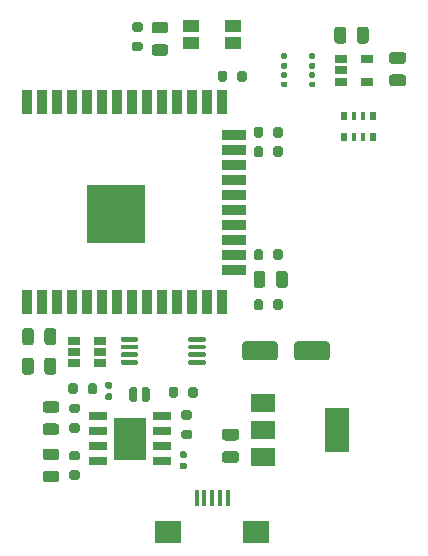
<source format=gbr>
%TF.GenerationSoftware,KiCad,Pcbnew,(5.1.10-1-10_14)*%
%TF.CreationDate,2021-06-21T19:24:18+01:00*%
%TF.ProjectId,IAQ_Project,4941515f-5072-46f6-9a65-63742e6b6963,rev?*%
%TF.SameCoordinates,Original*%
%TF.FileFunction,Paste,Top*%
%TF.FilePolarity,Positive*%
%FSLAX46Y46*%
G04 Gerber Fmt 4.6, Leading zero omitted, Abs format (unit mm)*
G04 Created by KiCad (PCBNEW (5.1.10-1-10_14)) date 2021-06-21 19:24:18*
%MOMM*%
%LPD*%
G01*
G04 APERTURE LIST*
%ADD10R,5.000000X5.000000*%
%ADD11R,0.900000X2.000000*%
%ADD12R,2.000000X0.900000*%
%ADD13R,1.060000X0.650000*%
%ADD14R,2.000000X3.800000*%
%ADD15R,2.000000X1.500000*%
%ADD16R,2.300000X1.900000*%
%ADD17R,0.400000X1.400000*%
%ADD18R,1.400000X1.050000*%
%ADD19R,1.500000X0.650000*%
%ADD20R,2.700000X3.600000*%
%ADD21R,0.500000X0.800000*%
%ADD22R,0.400000X0.800000*%
G04 APERTURE END LIST*
D10*
%TO.C,U3*%
X58500000Y-92700000D03*
D11*
X51000000Y-100200000D03*
X52270000Y-100200000D03*
X53540000Y-100200000D03*
X54810000Y-100200000D03*
X56080000Y-100200000D03*
X57350000Y-100200000D03*
X58620000Y-100200000D03*
X59890000Y-100200000D03*
X61160000Y-100200000D03*
X62430000Y-100200000D03*
X63700000Y-100200000D03*
X64970000Y-100200000D03*
X66240000Y-100200000D03*
X67510000Y-100200000D03*
D12*
X68510000Y-97415000D03*
X68510000Y-96145000D03*
X68510000Y-94875000D03*
X68510000Y-93605000D03*
X68510000Y-92335000D03*
X68510000Y-91065000D03*
X68510000Y-89795000D03*
X68510000Y-88525000D03*
X68510000Y-87255000D03*
X68510000Y-85985000D03*
D11*
X67510000Y-83200000D03*
X66240000Y-83200000D03*
X64970000Y-83200000D03*
X63700000Y-83200000D03*
X62430000Y-83200000D03*
X61160000Y-83200000D03*
X59890000Y-83200000D03*
X58620000Y-83200000D03*
X57350000Y-83200000D03*
X56080000Y-83200000D03*
X54810000Y-83200000D03*
X53540000Y-83200000D03*
X52270000Y-83200000D03*
X51000000Y-83200000D03*
%TD*%
%TO.C,U1*%
G36*
G01*
X72875000Y-82000000D02*
X72600000Y-82000000D01*
G75*
G02*
X72475000Y-81875000I0J125000D01*
G01*
X72475000Y-81625000D01*
G75*
G02*
X72600000Y-81500000I125000J0D01*
G01*
X72875000Y-81500000D01*
G75*
G02*
X73000000Y-81625000I0J-125000D01*
G01*
X73000000Y-81875000D01*
G75*
G02*
X72875000Y-82000000I-125000J0D01*
G01*
G37*
G36*
G01*
X72875000Y-81200000D02*
X72600000Y-81200000D01*
G75*
G02*
X72475000Y-81075000I0J125000D01*
G01*
X72475000Y-80825000D01*
G75*
G02*
X72600000Y-80700000I125000J0D01*
G01*
X72875000Y-80700000D01*
G75*
G02*
X73000000Y-80825000I0J-125000D01*
G01*
X73000000Y-81075000D01*
G75*
G02*
X72875000Y-81200000I-125000J0D01*
G01*
G37*
G36*
G01*
X72875000Y-80400000D02*
X72600000Y-80400000D01*
G75*
G02*
X72475000Y-80275000I0J125000D01*
G01*
X72475000Y-80025000D01*
G75*
G02*
X72600000Y-79900000I125000J0D01*
G01*
X72875000Y-79900000D01*
G75*
G02*
X73000000Y-80025000I0J-125000D01*
G01*
X73000000Y-80275000D01*
G75*
G02*
X72875000Y-80400000I-125000J0D01*
G01*
G37*
G36*
G01*
X72875000Y-79600000D02*
X72600000Y-79600000D01*
G75*
G02*
X72475000Y-79475000I0J125000D01*
G01*
X72475000Y-79225000D01*
G75*
G02*
X72600000Y-79100000I125000J0D01*
G01*
X72875000Y-79100000D01*
G75*
G02*
X73000000Y-79225000I0J-125000D01*
G01*
X73000000Y-79475000D01*
G75*
G02*
X72875000Y-79600000I-125000J0D01*
G01*
G37*
G36*
G01*
X75250000Y-79600000D02*
X74975000Y-79600000D01*
G75*
G02*
X74850000Y-79475000I0J125000D01*
G01*
X74850000Y-79225000D01*
G75*
G02*
X74975000Y-79100000I125000J0D01*
G01*
X75250000Y-79100000D01*
G75*
G02*
X75375000Y-79225000I0J-125000D01*
G01*
X75375000Y-79475000D01*
G75*
G02*
X75250000Y-79600000I-125000J0D01*
G01*
G37*
G36*
G01*
X75250000Y-80400000D02*
X74975000Y-80400000D01*
G75*
G02*
X74850000Y-80275000I0J125000D01*
G01*
X74850000Y-80025000D01*
G75*
G02*
X74975000Y-79900000I125000J0D01*
G01*
X75250000Y-79900000D01*
G75*
G02*
X75375000Y-80025000I0J-125000D01*
G01*
X75375000Y-80275000D01*
G75*
G02*
X75250000Y-80400000I-125000J0D01*
G01*
G37*
G36*
G01*
X75250000Y-81200000D02*
X74975000Y-81200000D01*
G75*
G02*
X74850000Y-81075000I0J125000D01*
G01*
X74850000Y-80825000D01*
G75*
G02*
X74975000Y-80700000I125000J0D01*
G01*
X75250000Y-80700000D01*
G75*
G02*
X75375000Y-80825000I0J-125000D01*
G01*
X75375000Y-81075000D01*
G75*
G02*
X75250000Y-81200000I-125000J0D01*
G01*
G37*
G36*
G01*
X75250000Y-82000000D02*
X74975000Y-82000000D01*
G75*
G02*
X74850000Y-81875000I0J125000D01*
G01*
X74850000Y-81625000D01*
G75*
G02*
X74975000Y-81500000I125000J0D01*
G01*
X75250000Y-81500000D01*
G75*
G02*
X75375000Y-81625000I0J-125000D01*
G01*
X75375000Y-81875000D01*
G75*
G02*
X75250000Y-82000000I-125000J0D01*
G01*
G37*
%TD*%
D13*
%TO.C,U2*%
X77550000Y-79600000D03*
X77550000Y-80550000D03*
X77550000Y-81500000D03*
X79750000Y-81500000D03*
X79750000Y-79600000D03*
%TD*%
D14*
%TO.C,U4*%
X77250000Y-111000000D03*
D15*
X70950000Y-111000000D03*
X70950000Y-113300000D03*
X70950000Y-108700000D03*
%TD*%
%TO.C,C3*%
G36*
G01*
X76600000Y-103750000D02*
X76600000Y-104850000D01*
G75*
G02*
X76350000Y-105100000I-250000J0D01*
G01*
X73850000Y-105100000D01*
G75*
G02*
X73600000Y-104850000I0J250000D01*
G01*
X73600000Y-103750000D01*
G75*
G02*
X73850000Y-103500000I250000J0D01*
G01*
X76350000Y-103500000D01*
G75*
G02*
X76600000Y-103750000I0J-250000D01*
G01*
G37*
G36*
G01*
X72200000Y-103750000D02*
X72200000Y-104850000D01*
G75*
G02*
X71950000Y-105100000I-250000J0D01*
G01*
X69450000Y-105100000D01*
G75*
G02*
X69200000Y-104850000I0J250000D01*
G01*
X69200000Y-103750000D01*
G75*
G02*
X69450000Y-103500000I250000J0D01*
G01*
X71950000Y-103500000D01*
G75*
G02*
X72200000Y-103750000I0J-250000D01*
G01*
G37*
%TD*%
%TO.C,C1*%
G36*
G01*
X78900000Y-78050000D02*
X78900000Y-77100000D01*
G75*
G02*
X79150000Y-76850000I250000J0D01*
G01*
X79650000Y-76850000D01*
G75*
G02*
X79900000Y-77100000I0J-250000D01*
G01*
X79900000Y-78050000D01*
G75*
G02*
X79650000Y-78300000I-250000J0D01*
G01*
X79150000Y-78300000D01*
G75*
G02*
X78900000Y-78050000I0J250000D01*
G01*
G37*
G36*
G01*
X77000000Y-78050000D02*
X77000000Y-77100000D01*
G75*
G02*
X77250000Y-76850000I250000J0D01*
G01*
X77750000Y-76850000D01*
G75*
G02*
X78000000Y-77100000I0J-250000D01*
G01*
X78000000Y-78050000D01*
G75*
G02*
X77750000Y-78300000I-250000J0D01*
G01*
X77250000Y-78300000D01*
G75*
G02*
X77000000Y-78050000I0J250000D01*
G01*
G37*
%TD*%
%TO.C,C2*%
G36*
G01*
X81875000Y-79000000D02*
X82825000Y-79000000D01*
G75*
G02*
X83075000Y-79250000I0J-250000D01*
G01*
X83075000Y-79750000D01*
G75*
G02*
X82825000Y-80000000I-250000J0D01*
G01*
X81875000Y-80000000D01*
G75*
G02*
X81625000Y-79750000I0J250000D01*
G01*
X81625000Y-79250000D01*
G75*
G02*
X81875000Y-79000000I250000J0D01*
G01*
G37*
G36*
G01*
X81875000Y-80900000D02*
X82825000Y-80900000D01*
G75*
G02*
X83075000Y-81150000I0J-250000D01*
G01*
X83075000Y-81650000D01*
G75*
G02*
X82825000Y-81900000I-250000J0D01*
G01*
X81875000Y-81900000D01*
G75*
G02*
X81625000Y-81650000I0J250000D01*
G01*
X81625000Y-81150000D01*
G75*
G02*
X81875000Y-80900000I250000J0D01*
G01*
G37*
%TD*%
%TO.C,C4*%
G36*
G01*
X68675000Y-113800000D02*
X67725000Y-113800000D01*
G75*
G02*
X67475000Y-113550000I0J250000D01*
G01*
X67475000Y-113050000D01*
G75*
G02*
X67725000Y-112800000I250000J0D01*
G01*
X68675000Y-112800000D01*
G75*
G02*
X68925000Y-113050000I0J-250000D01*
G01*
X68925000Y-113550000D01*
G75*
G02*
X68675000Y-113800000I-250000J0D01*
G01*
G37*
G36*
G01*
X68675000Y-111900000D02*
X67725000Y-111900000D01*
G75*
G02*
X67475000Y-111650000I0J250000D01*
G01*
X67475000Y-111150000D01*
G75*
G02*
X67725000Y-110900000I250000J0D01*
G01*
X68675000Y-110900000D01*
G75*
G02*
X68925000Y-111150000I0J-250000D01*
G01*
X68925000Y-111650000D01*
G75*
G02*
X68675000Y-111900000I-250000J0D01*
G01*
G37*
%TD*%
%TO.C,C5*%
G36*
G01*
X73050000Y-97775000D02*
X73050000Y-98725000D01*
G75*
G02*
X72800000Y-98975000I-250000J0D01*
G01*
X72300000Y-98975000D01*
G75*
G02*
X72050000Y-98725000I0J250000D01*
G01*
X72050000Y-97775000D01*
G75*
G02*
X72300000Y-97525000I250000J0D01*
G01*
X72800000Y-97525000D01*
G75*
G02*
X73050000Y-97775000I0J-250000D01*
G01*
G37*
G36*
G01*
X71150000Y-97775000D02*
X71150000Y-98725000D01*
G75*
G02*
X70900000Y-98975000I-250000J0D01*
G01*
X70400000Y-98975000D01*
G75*
G02*
X70150000Y-98725000I0J250000D01*
G01*
X70150000Y-97775000D01*
G75*
G02*
X70400000Y-97525000I250000J0D01*
G01*
X70900000Y-97525000D01*
G75*
G02*
X71150000Y-97775000I0J-250000D01*
G01*
G37*
%TD*%
%TO.C,C6*%
G36*
G01*
X52450000Y-106075000D02*
X52450000Y-105125000D01*
G75*
G02*
X52700000Y-104875000I250000J0D01*
G01*
X53200000Y-104875000D01*
G75*
G02*
X53450000Y-105125000I0J-250000D01*
G01*
X53450000Y-106075000D01*
G75*
G02*
X53200000Y-106325000I-250000J0D01*
G01*
X52700000Y-106325000D01*
G75*
G02*
X52450000Y-106075000I0J250000D01*
G01*
G37*
G36*
G01*
X50550000Y-106075000D02*
X50550000Y-105125000D01*
G75*
G02*
X50800000Y-104875000I250000J0D01*
G01*
X51300000Y-104875000D01*
G75*
G02*
X51550000Y-105125000I0J-250000D01*
G01*
X51550000Y-106075000D01*
G75*
G02*
X51300000Y-106325000I-250000J0D01*
G01*
X50800000Y-106325000D01*
G75*
G02*
X50550000Y-106075000I0J250000D01*
G01*
G37*
%TD*%
%TO.C,C7*%
G36*
G01*
X53450000Y-102625000D02*
X53450000Y-103575000D01*
G75*
G02*
X53200000Y-103825000I-250000J0D01*
G01*
X52700000Y-103825000D01*
G75*
G02*
X52450000Y-103575000I0J250000D01*
G01*
X52450000Y-102625000D01*
G75*
G02*
X52700000Y-102375000I250000J0D01*
G01*
X53200000Y-102375000D01*
G75*
G02*
X53450000Y-102625000I0J-250000D01*
G01*
G37*
G36*
G01*
X51550000Y-102625000D02*
X51550000Y-103575000D01*
G75*
G02*
X51300000Y-103825000I-250000J0D01*
G01*
X50800000Y-103825000D01*
G75*
G02*
X50550000Y-103575000I0J250000D01*
G01*
X50550000Y-102625000D01*
G75*
G02*
X50800000Y-102375000I250000J0D01*
G01*
X51300000Y-102375000D01*
G75*
G02*
X51550000Y-102625000I0J-250000D01*
G01*
G37*
%TD*%
%TO.C,C8*%
G36*
G01*
X64370000Y-114330000D02*
X64030000Y-114330000D01*
G75*
G02*
X63890000Y-114190000I0J140000D01*
G01*
X63890000Y-113910000D01*
G75*
G02*
X64030000Y-113770000I140000J0D01*
G01*
X64370000Y-113770000D01*
G75*
G02*
X64510000Y-113910000I0J-140000D01*
G01*
X64510000Y-114190000D01*
G75*
G02*
X64370000Y-114330000I-140000J0D01*
G01*
G37*
G36*
G01*
X64370000Y-113370000D02*
X64030000Y-113370000D01*
G75*
G02*
X63890000Y-113230000I0J140000D01*
G01*
X63890000Y-112950000D01*
G75*
G02*
X64030000Y-112810000I140000J0D01*
G01*
X64370000Y-112810000D01*
G75*
G02*
X64510000Y-112950000I0J-140000D01*
G01*
X64510000Y-113230000D01*
G75*
G02*
X64370000Y-113370000I-140000J0D01*
G01*
G37*
%TD*%
%TO.C,C9*%
G36*
G01*
X57730000Y-107900000D02*
X58070000Y-107900000D01*
G75*
G02*
X58210000Y-108040000I0J-140000D01*
G01*
X58210000Y-108320000D01*
G75*
G02*
X58070000Y-108460000I-140000J0D01*
G01*
X57730000Y-108460000D01*
G75*
G02*
X57590000Y-108320000I0J140000D01*
G01*
X57590000Y-108040000D01*
G75*
G02*
X57730000Y-107900000I140000J0D01*
G01*
G37*
G36*
G01*
X57730000Y-106940000D02*
X58070000Y-106940000D01*
G75*
G02*
X58210000Y-107080000I0J-140000D01*
G01*
X58210000Y-107360000D01*
G75*
G02*
X58070000Y-107500000I-140000J0D01*
G01*
X57730000Y-107500000D01*
G75*
G02*
X57590000Y-107360000I0J140000D01*
G01*
X57590000Y-107080000D01*
G75*
G02*
X57730000Y-106940000I140000J0D01*
G01*
G37*
%TD*%
%TO.C,C10*%
G36*
G01*
X59630000Y-108475000D02*
X59630000Y-107525000D01*
G75*
G02*
X59795000Y-107360000I165000J0D01*
G01*
X60125000Y-107360000D01*
G75*
G02*
X60290000Y-107525000I0J-165000D01*
G01*
X60290000Y-108475000D01*
G75*
G02*
X60125000Y-108640000I-165000J0D01*
G01*
X59795000Y-108640000D01*
G75*
G02*
X59630000Y-108475000I0J165000D01*
G01*
G37*
G36*
G01*
X60710000Y-108475000D02*
X60710000Y-107525000D01*
G75*
G02*
X60875000Y-107360000I165000J0D01*
G01*
X61205000Y-107360000D01*
G75*
G02*
X61370000Y-107525000I0J-165000D01*
G01*
X61370000Y-108475000D01*
G75*
G02*
X61205000Y-108640000I-165000J0D01*
G01*
X60875000Y-108640000D01*
G75*
G02*
X60710000Y-108475000I0J165000D01*
G01*
G37*
%TD*%
%TO.C,D1*%
G36*
G01*
X53456250Y-115425000D02*
X52543750Y-115425000D01*
G75*
G02*
X52300000Y-115181250I0J243750D01*
G01*
X52300000Y-114693750D01*
G75*
G02*
X52543750Y-114450000I243750J0D01*
G01*
X53456250Y-114450000D01*
G75*
G02*
X53700000Y-114693750I0J-243750D01*
G01*
X53700000Y-115181250D01*
G75*
G02*
X53456250Y-115425000I-243750J0D01*
G01*
G37*
G36*
G01*
X53456250Y-113550000D02*
X52543750Y-113550000D01*
G75*
G02*
X52300000Y-113306250I0J243750D01*
G01*
X52300000Y-112818750D01*
G75*
G02*
X52543750Y-112575000I243750J0D01*
G01*
X53456250Y-112575000D01*
G75*
G02*
X53700000Y-112818750I0J-243750D01*
G01*
X53700000Y-113306250D01*
G75*
G02*
X53456250Y-113550000I-243750J0D01*
G01*
G37*
%TD*%
%TO.C,D2*%
G36*
G01*
X52543750Y-110450000D02*
X53456250Y-110450000D01*
G75*
G02*
X53700000Y-110693750I0J-243750D01*
G01*
X53700000Y-111181250D01*
G75*
G02*
X53456250Y-111425000I-243750J0D01*
G01*
X52543750Y-111425000D01*
G75*
G02*
X52300000Y-111181250I0J243750D01*
G01*
X52300000Y-110693750D01*
G75*
G02*
X52543750Y-110450000I243750J0D01*
G01*
G37*
G36*
G01*
X52543750Y-108575000D02*
X53456250Y-108575000D01*
G75*
G02*
X53700000Y-108818750I0J-243750D01*
G01*
X53700000Y-109306250D01*
G75*
G02*
X53456250Y-109550000I-243750J0D01*
G01*
X52543750Y-109550000D01*
G75*
G02*
X52300000Y-109306250I0J243750D01*
G01*
X52300000Y-108818750D01*
G75*
G02*
X52543750Y-108575000I243750J0D01*
G01*
G37*
%TD*%
%TO.C,D3*%
G36*
G01*
X61773750Y-76455000D02*
X62686250Y-76455000D01*
G75*
G02*
X62930000Y-76698750I0J-243750D01*
G01*
X62930000Y-77186250D01*
G75*
G02*
X62686250Y-77430000I-243750J0D01*
G01*
X61773750Y-77430000D01*
G75*
G02*
X61530000Y-77186250I0J243750D01*
G01*
X61530000Y-76698750D01*
G75*
G02*
X61773750Y-76455000I243750J0D01*
G01*
G37*
G36*
G01*
X61773750Y-78330000D02*
X62686250Y-78330000D01*
G75*
G02*
X62930000Y-78573750I0J-243750D01*
G01*
X62930000Y-79061250D01*
G75*
G02*
X62686250Y-79305000I-243750J0D01*
G01*
X61773750Y-79305000D01*
G75*
G02*
X61530000Y-79061250I0J243750D01*
G01*
X61530000Y-78573750D01*
G75*
G02*
X61773750Y-78330000I243750J0D01*
G01*
G37*
%TD*%
D16*
%TO.C,J2*%
X70400000Y-119600000D03*
D17*
X67950000Y-116750000D03*
D16*
X62900000Y-119600000D03*
D17*
X65350000Y-116750000D03*
X66000000Y-116750000D03*
X66650000Y-116750000D03*
X67300000Y-116750000D03*
%TD*%
%TO.C,R1*%
G36*
G01*
X55275000Y-115225000D02*
X54725000Y-115225000D01*
G75*
G02*
X54525000Y-115025000I0J200000D01*
G01*
X54525000Y-114625000D01*
G75*
G02*
X54725000Y-114425000I200000J0D01*
G01*
X55275000Y-114425000D01*
G75*
G02*
X55475000Y-114625000I0J-200000D01*
G01*
X55475000Y-115025000D01*
G75*
G02*
X55275000Y-115225000I-200000J0D01*
G01*
G37*
G36*
G01*
X55275000Y-113575000D02*
X54725000Y-113575000D01*
G75*
G02*
X54525000Y-113375000I0J200000D01*
G01*
X54525000Y-112975000D01*
G75*
G02*
X54725000Y-112775000I200000J0D01*
G01*
X55275000Y-112775000D01*
G75*
G02*
X55475000Y-112975000I0J-200000D01*
G01*
X55475000Y-113375000D01*
G75*
G02*
X55275000Y-113575000I-200000J0D01*
G01*
G37*
%TD*%
%TO.C,R2*%
G36*
G01*
X62975000Y-108075000D02*
X62975000Y-107525000D01*
G75*
G02*
X63175000Y-107325000I200000J0D01*
G01*
X63575000Y-107325000D01*
G75*
G02*
X63775000Y-107525000I0J-200000D01*
G01*
X63775000Y-108075000D01*
G75*
G02*
X63575000Y-108275000I-200000J0D01*
G01*
X63175000Y-108275000D01*
G75*
G02*
X62975000Y-108075000I0J200000D01*
G01*
G37*
G36*
G01*
X64625000Y-108075000D02*
X64625000Y-107525000D01*
G75*
G02*
X64825000Y-107325000I200000J0D01*
G01*
X65225000Y-107325000D01*
G75*
G02*
X65425000Y-107525000I0J-200000D01*
G01*
X65425000Y-108075000D01*
G75*
G02*
X65225000Y-108275000I-200000J0D01*
G01*
X64825000Y-108275000D01*
G75*
G02*
X64625000Y-108075000I0J200000D01*
G01*
G37*
%TD*%
%TO.C,R3*%
G36*
G01*
X54725000Y-110425000D02*
X55275000Y-110425000D01*
G75*
G02*
X55475000Y-110625000I0J-200000D01*
G01*
X55475000Y-111025000D01*
G75*
G02*
X55275000Y-111225000I-200000J0D01*
G01*
X54725000Y-111225000D01*
G75*
G02*
X54525000Y-111025000I0J200000D01*
G01*
X54525000Y-110625000D01*
G75*
G02*
X54725000Y-110425000I200000J0D01*
G01*
G37*
G36*
G01*
X54725000Y-108775000D02*
X55275000Y-108775000D01*
G75*
G02*
X55475000Y-108975000I0J-200000D01*
G01*
X55475000Y-109375000D01*
G75*
G02*
X55275000Y-109575000I-200000J0D01*
G01*
X54725000Y-109575000D01*
G75*
G02*
X54525000Y-109375000I0J200000D01*
G01*
X54525000Y-108975000D01*
G75*
G02*
X54725000Y-108775000I200000J0D01*
G01*
G37*
%TD*%
%TO.C,R4*%
G36*
G01*
X64225000Y-109325000D02*
X64775000Y-109325000D01*
G75*
G02*
X64975000Y-109525000I0J-200000D01*
G01*
X64975000Y-109925000D01*
G75*
G02*
X64775000Y-110125000I-200000J0D01*
G01*
X64225000Y-110125000D01*
G75*
G02*
X64025000Y-109925000I0J200000D01*
G01*
X64025000Y-109525000D01*
G75*
G02*
X64225000Y-109325000I200000J0D01*
G01*
G37*
G36*
G01*
X64225000Y-110975000D02*
X64775000Y-110975000D01*
G75*
G02*
X64975000Y-111175000I0J-200000D01*
G01*
X64975000Y-111575000D01*
G75*
G02*
X64775000Y-111775000I-200000J0D01*
G01*
X64225000Y-111775000D01*
G75*
G02*
X64025000Y-111575000I0J200000D01*
G01*
X64025000Y-111175000D01*
G75*
G02*
X64225000Y-110975000I200000J0D01*
G01*
G37*
%TD*%
%TO.C,R5*%
G36*
G01*
X71825000Y-100675000D02*
X71825000Y-100125000D01*
G75*
G02*
X72025000Y-99925000I200000J0D01*
G01*
X72425000Y-99925000D01*
G75*
G02*
X72625000Y-100125000I0J-200000D01*
G01*
X72625000Y-100675000D01*
G75*
G02*
X72425000Y-100875000I-200000J0D01*
G01*
X72025000Y-100875000D01*
G75*
G02*
X71825000Y-100675000I0J200000D01*
G01*
G37*
G36*
G01*
X70175000Y-100675000D02*
X70175000Y-100125000D01*
G75*
G02*
X70375000Y-99925000I200000J0D01*
G01*
X70775000Y-99925000D01*
G75*
G02*
X70975000Y-100125000I0J-200000D01*
G01*
X70975000Y-100675000D01*
G75*
G02*
X70775000Y-100875000I-200000J0D01*
G01*
X70375000Y-100875000D01*
G75*
G02*
X70175000Y-100675000I0J200000D01*
G01*
G37*
%TD*%
%TO.C,R6*%
G36*
G01*
X67125000Y-81325000D02*
X67125000Y-80775000D01*
G75*
G02*
X67325000Y-80575000I200000J0D01*
G01*
X67725000Y-80575000D01*
G75*
G02*
X67925000Y-80775000I0J-200000D01*
G01*
X67925000Y-81325000D01*
G75*
G02*
X67725000Y-81525000I-200000J0D01*
G01*
X67325000Y-81525000D01*
G75*
G02*
X67125000Y-81325000I0J200000D01*
G01*
G37*
G36*
G01*
X68775000Y-81325000D02*
X68775000Y-80775000D01*
G75*
G02*
X68975000Y-80575000I200000J0D01*
G01*
X69375000Y-80575000D01*
G75*
G02*
X69575000Y-80775000I0J-200000D01*
G01*
X69575000Y-81325000D01*
G75*
G02*
X69375000Y-81525000I-200000J0D01*
G01*
X68975000Y-81525000D01*
G75*
G02*
X68775000Y-81325000I0J200000D01*
G01*
G37*
%TD*%
%TO.C,R7*%
G36*
G01*
X70175000Y-87725000D02*
X70175000Y-87175000D01*
G75*
G02*
X70375000Y-86975000I200000J0D01*
G01*
X70775000Y-86975000D01*
G75*
G02*
X70975000Y-87175000I0J-200000D01*
G01*
X70975000Y-87725000D01*
G75*
G02*
X70775000Y-87925000I-200000J0D01*
G01*
X70375000Y-87925000D01*
G75*
G02*
X70175000Y-87725000I0J200000D01*
G01*
G37*
G36*
G01*
X71825000Y-87725000D02*
X71825000Y-87175000D01*
G75*
G02*
X72025000Y-86975000I200000J0D01*
G01*
X72425000Y-86975000D01*
G75*
G02*
X72625000Y-87175000I0J-200000D01*
G01*
X72625000Y-87725000D01*
G75*
G02*
X72425000Y-87925000I-200000J0D01*
G01*
X72025000Y-87925000D01*
G75*
G02*
X71825000Y-87725000I0J200000D01*
G01*
G37*
%TD*%
%TO.C,R8*%
G36*
G01*
X71825000Y-86075000D02*
X71825000Y-85525000D01*
G75*
G02*
X72025000Y-85325000I200000J0D01*
G01*
X72425000Y-85325000D01*
G75*
G02*
X72625000Y-85525000I0J-200000D01*
G01*
X72625000Y-86075000D01*
G75*
G02*
X72425000Y-86275000I-200000J0D01*
G01*
X72025000Y-86275000D01*
G75*
G02*
X71825000Y-86075000I0J200000D01*
G01*
G37*
G36*
G01*
X70175000Y-86075000D02*
X70175000Y-85525000D01*
G75*
G02*
X70375000Y-85325000I200000J0D01*
G01*
X70775000Y-85325000D01*
G75*
G02*
X70975000Y-85525000I0J-200000D01*
G01*
X70975000Y-86075000D01*
G75*
G02*
X70775000Y-86275000I-200000J0D01*
G01*
X70375000Y-86275000D01*
G75*
G02*
X70175000Y-86075000I0J200000D01*
G01*
G37*
%TD*%
%TO.C,R9*%
G36*
G01*
X56125000Y-107775000D02*
X56125000Y-107225000D01*
G75*
G02*
X56325000Y-107025000I200000J0D01*
G01*
X56725000Y-107025000D01*
G75*
G02*
X56925000Y-107225000I0J-200000D01*
G01*
X56925000Y-107775000D01*
G75*
G02*
X56725000Y-107975000I-200000J0D01*
G01*
X56325000Y-107975000D01*
G75*
G02*
X56125000Y-107775000I0J200000D01*
G01*
G37*
G36*
G01*
X54475000Y-107775000D02*
X54475000Y-107225000D01*
G75*
G02*
X54675000Y-107025000I200000J0D01*
G01*
X55075000Y-107025000D01*
G75*
G02*
X55275000Y-107225000I0J-200000D01*
G01*
X55275000Y-107775000D01*
G75*
G02*
X55075000Y-107975000I-200000J0D01*
G01*
X54675000Y-107975000D01*
G75*
G02*
X54475000Y-107775000I0J200000D01*
G01*
G37*
%TD*%
%TO.C,R10*%
G36*
G01*
X60575000Y-77275000D02*
X60025000Y-77275000D01*
G75*
G02*
X59825000Y-77075000I0J200000D01*
G01*
X59825000Y-76675000D01*
G75*
G02*
X60025000Y-76475000I200000J0D01*
G01*
X60575000Y-76475000D01*
G75*
G02*
X60775000Y-76675000I0J-200000D01*
G01*
X60775000Y-77075000D01*
G75*
G02*
X60575000Y-77275000I-200000J0D01*
G01*
G37*
G36*
G01*
X60575000Y-78925000D02*
X60025000Y-78925000D01*
G75*
G02*
X59825000Y-78725000I0J200000D01*
G01*
X59825000Y-78325000D01*
G75*
G02*
X60025000Y-78125000I200000J0D01*
G01*
X60575000Y-78125000D01*
G75*
G02*
X60775000Y-78325000I0J-200000D01*
G01*
X60775000Y-78725000D01*
G75*
G02*
X60575000Y-78925000I-200000J0D01*
G01*
G37*
%TD*%
%TO.C,R11*%
G36*
G01*
X70175000Y-96425000D02*
X70175000Y-95875000D01*
G75*
G02*
X70375000Y-95675000I200000J0D01*
G01*
X70775000Y-95675000D01*
G75*
G02*
X70975000Y-95875000I0J-200000D01*
G01*
X70975000Y-96425000D01*
G75*
G02*
X70775000Y-96625000I-200000J0D01*
G01*
X70375000Y-96625000D01*
G75*
G02*
X70175000Y-96425000I0J200000D01*
G01*
G37*
G36*
G01*
X71825000Y-96425000D02*
X71825000Y-95875000D01*
G75*
G02*
X72025000Y-95675000I200000J0D01*
G01*
X72425000Y-95675000D01*
G75*
G02*
X72625000Y-95875000I0J-200000D01*
G01*
X72625000Y-96425000D01*
G75*
G02*
X72425000Y-96625000I-200000J0D01*
G01*
X72025000Y-96625000D01*
G75*
G02*
X71825000Y-96425000I0J200000D01*
G01*
G37*
%TD*%
D18*
%TO.C,SW1*%
X64850000Y-78220000D03*
X68450000Y-78220000D03*
X64850000Y-76780000D03*
X68450000Y-76780000D03*
%TD*%
D13*
%TO.C,U5*%
X57140000Y-105350000D03*
X57140000Y-104400000D03*
X57140000Y-103450000D03*
X54940000Y-103450000D03*
X54940000Y-105350000D03*
X54940000Y-104400000D03*
%TD*%
D19*
%TO.C,U6*%
X62390000Y-113665000D03*
X62390000Y-112395000D03*
X62390000Y-111125000D03*
X62390000Y-109855000D03*
X56990000Y-109855000D03*
X56990000Y-111125000D03*
X56990000Y-112395000D03*
X56990000Y-113665000D03*
D20*
X59690000Y-111760000D03*
%TD*%
%TO.C,U7*%
G36*
G01*
X58900000Y-103425000D02*
X58900000Y-103225000D01*
G75*
G02*
X59000000Y-103125000I100000J0D01*
G01*
X60275000Y-103125000D01*
G75*
G02*
X60375000Y-103225000I0J-100000D01*
G01*
X60375000Y-103425000D01*
G75*
G02*
X60275000Y-103525000I-100000J0D01*
G01*
X59000000Y-103525000D01*
G75*
G02*
X58900000Y-103425000I0J100000D01*
G01*
G37*
G36*
G01*
X58900000Y-104075000D02*
X58900000Y-103875000D01*
G75*
G02*
X59000000Y-103775000I100000J0D01*
G01*
X60275000Y-103775000D01*
G75*
G02*
X60375000Y-103875000I0J-100000D01*
G01*
X60375000Y-104075000D01*
G75*
G02*
X60275000Y-104175000I-100000J0D01*
G01*
X59000000Y-104175000D01*
G75*
G02*
X58900000Y-104075000I0J100000D01*
G01*
G37*
G36*
G01*
X58900000Y-104725000D02*
X58900000Y-104525000D01*
G75*
G02*
X59000000Y-104425000I100000J0D01*
G01*
X60275000Y-104425000D01*
G75*
G02*
X60375000Y-104525000I0J-100000D01*
G01*
X60375000Y-104725000D01*
G75*
G02*
X60275000Y-104825000I-100000J0D01*
G01*
X59000000Y-104825000D01*
G75*
G02*
X58900000Y-104725000I0J100000D01*
G01*
G37*
G36*
G01*
X58900000Y-105375000D02*
X58900000Y-105175000D01*
G75*
G02*
X59000000Y-105075000I100000J0D01*
G01*
X60275000Y-105075000D01*
G75*
G02*
X60375000Y-105175000I0J-100000D01*
G01*
X60375000Y-105375000D01*
G75*
G02*
X60275000Y-105475000I-100000J0D01*
G01*
X59000000Y-105475000D01*
G75*
G02*
X58900000Y-105375000I0J100000D01*
G01*
G37*
G36*
G01*
X64625000Y-105375000D02*
X64625000Y-105175000D01*
G75*
G02*
X64725000Y-105075000I100000J0D01*
G01*
X66000000Y-105075000D01*
G75*
G02*
X66100000Y-105175000I0J-100000D01*
G01*
X66100000Y-105375000D01*
G75*
G02*
X66000000Y-105475000I-100000J0D01*
G01*
X64725000Y-105475000D01*
G75*
G02*
X64625000Y-105375000I0J100000D01*
G01*
G37*
G36*
G01*
X64625000Y-104725000D02*
X64625000Y-104525000D01*
G75*
G02*
X64725000Y-104425000I100000J0D01*
G01*
X66000000Y-104425000D01*
G75*
G02*
X66100000Y-104525000I0J-100000D01*
G01*
X66100000Y-104725000D01*
G75*
G02*
X66000000Y-104825000I-100000J0D01*
G01*
X64725000Y-104825000D01*
G75*
G02*
X64625000Y-104725000I0J100000D01*
G01*
G37*
G36*
G01*
X64625000Y-104075000D02*
X64625000Y-103875000D01*
G75*
G02*
X64725000Y-103775000I100000J0D01*
G01*
X66000000Y-103775000D01*
G75*
G02*
X66100000Y-103875000I0J-100000D01*
G01*
X66100000Y-104075000D01*
G75*
G02*
X66000000Y-104175000I-100000J0D01*
G01*
X64725000Y-104175000D01*
G75*
G02*
X64625000Y-104075000I0J100000D01*
G01*
G37*
G36*
G01*
X64625000Y-103425000D02*
X64625000Y-103225000D01*
G75*
G02*
X64725000Y-103125000I100000J0D01*
G01*
X66000000Y-103125000D01*
G75*
G02*
X66100000Y-103225000I0J-100000D01*
G01*
X66100000Y-103425000D01*
G75*
G02*
X66000000Y-103525000I-100000J0D01*
G01*
X64725000Y-103525000D01*
G75*
G02*
X64625000Y-103425000I0J100000D01*
G01*
G37*
%TD*%
D21*
%TO.C,RN1*%
X80225000Y-84400000D03*
D22*
X78625000Y-84400000D03*
X79425000Y-84400000D03*
D21*
X77825000Y-84400000D03*
D22*
X79425000Y-86200000D03*
D21*
X80225000Y-86200000D03*
D22*
X78625000Y-86200000D03*
D21*
X77825000Y-86200000D03*
%TD*%
M02*

</source>
